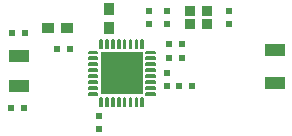
<source format=gbr>
G04 EAGLE Gerber RS-274X export*
G75*
%MOMM*%
%FSLAX34Y34*%
%LPD*%
%INSolderpaste Top*%
%IPPOS*%
%AMOC8*
5,1,8,0,0,1.08239X$1,22.5*%
G01*
%ADD10R,0.950000X0.850000*%
%ADD11R,0.600000X0.600000*%
%ADD12R,1.050000X0.900000*%
%ADD13R,0.900000X1.050000*%
%ADD14R,1.800000X1.000000*%
%ADD15C,0.150000*%
%ADD16R,3.650000X3.650000*%
%ADD17R,1.700000X1.000000*%


D10*
X211543Y164070D03*
X197043Y164070D03*
X197043Y152570D03*
X211543Y152570D03*
D11*
X187793Y100570D03*
X198793Y100570D03*
X177293Y152820D03*
X177293Y163820D03*
X230293Y163820D03*
X230293Y152820D03*
X177293Y100570D03*
X177293Y111570D03*
X95793Y131070D03*
X84793Y131070D03*
X120043Y74570D03*
X120043Y63570D03*
X162293Y152820D03*
X162293Y163820D03*
X179043Y124070D03*
X190043Y124070D03*
X179043Y135320D03*
X190043Y135320D03*
D12*
X93293Y149070D03*
X77293Y149070D03*
D13*
X128293Y149070D03*
X128293Y165070D03*
D14*
X52293Y125570D03*
X52293Y100570D03*
D11*
X46793Y145070D03*
X57793Y145070D03*
X56207Y81930D03*
X45207Y81930D03*
D15*
X111293Y127820D02*
X111293Y129320D01*
X118293Y129320D01*
X118293Y127820D01*
X111293Y127820D01*
X111293Y129245D02*
X118293Y129245D01*
X118293Y124320D02*
X118293Y122820D01*
X111293Y122820D01*
X111293Y124320D01*
X118293Y124320D01*
X118293Y124245D02*
X111293Y124245D01*
X118293Y119320D02*
X118293Y117820D01*
X111293Y117820D01*
X111293Y119320D01*
X118293Y119320D01*
X118293Y119245D02*
X111293Y119245D01*
X118293Y114320D02*
X118293Y112820D01*
X111293Y112820D01*
X111293Y114320D01*
X118293Y114320D01*
X118293Y114245D02*
X111293Y114245D01*
X118293Y109320D02*
X118293Y107820D01*
X111293Y107820D01*
X111293Y109320D01*
X118293Y109320D01*
X118293Y109245D02*
X111293Y109245D01*
X118293Y104320D02*
X118293Y102820D01*
X111293Y102820D01*
X111293Y104320D01*
X118293Y104320D01*
X118293Y104245D02*
X111293Y104245D01*
X118293Y99320D02*
X118293Y97820D01*
X111293Y97820D01*
X111293Y99320D01*
X118293Y99320D01*
X118293Y99245D02*
X111293Y99245D01*
X118293Y94320D02*
X118293Y92820D01*
X111293Y92820D01*
X111293Y94320D01*
X118293Y94320D01*
X118293Y94245D02*
X111293Y94245D01*
X121043Y90070D02*
X122543Y90070D01*
X122543Y83070D01*
X121043Y83070D01*
X121043Y90070D01*
X121043Y84495D02*
X122543Y84495D01*
X122543Y85920D02*
X121043Y85920D01*
X121043Y87345D02*
X122543Y87345D01*
X122543Y88770D02*
X121043Y88770D01*
X126043Y90070D02*
X127543Y90070D01*
X127543Y83070D01*
X126043Y83070D01*
X126043Y90070D01*
X126043Y84495D02*
X127543Y84495D01*
X127543Y85920D02*
X126043Y85920D01*
X126043Y87345D02*
X127543Y87345D01*
X127543Y88770D02*
X126043Y88770D01*
X131043Y90070D02*
X132543Y90070D01*
X132543Y83070D01*
X131043Y83070D01*
X131043Y90070D01*
X131043Y84495D02*
X132543Y84495D01*
X132543Y85920D02*
X131043Y85920D01*
X131043Y87345D02*
X132543Y87345D01*
X132543Y88770D02*
X131043Y88770D01*
X136043Y90070D02*
X137543Y90070D01*
X137543Y83070D01*
X136043Y83070D01*
X136043Y90070D01*
X136043Y84495D02*
X137543Y84495D01*
X137543Y85920D02*
X136043Y85920D01*
X136043Y87345D02*
X137543Y87345D01*
X137543Y88770D02*
X136043Y88770D01*
X141043Y90070D02*
X142543Y90070D01*
X142543Y83070D01*
X141043Y83070D01*
X141043Y90070D01*
X141043Y84495D02*
X142543Y84495D01*
X142543Y85920D02*
X141043Y85920D01*
X141043Y87345D02*
X142543Y87345D01*
X142543Y88770D02*
X141043Y88770D01*
X146043Y90070D02*
X147543Y90070D01*
X147543Y83070D01*
X146043Y83070D01*
X146043Y90070D01*
X146043Y84495D02*
X147543Y84495D01*
X147543Y85920D02*
X146043Y85920D01*
X146043Y87345D02*
X147543Y87345D01*
X147543Y88770D02*
X146043Y88770D01*
X151043Y90070D02*
X152543Y90070D01*
X152543Y83070D01*
X151043Y83070D01*
X151043Y90070D01*
X151043Y84495D02*
X152543Y84495D01*
X152543Y85920D02*
X151043Y85920D01*
X151043Y87345D02*
X152543Y87345D01*
X152543Y88770D02*
X151043Y88770D01*
X156043Y90070D02*
X157543Y90070D01*
X157543Y83070D01*
X156043Y83070D01*
X156043Y90070D01*
X156043Y84495D02*
X157543Y84495D01*
X157543Y85920D02*
X156043Y85920D01*
X156043Y87345D02*
X157543Y87345D01*
X157543Y88770D02*
X156043Y88770D01*
X160293Y92820D02*
X160293Y94320D01*
X167293Y94320D01*
X167293Y92820D01*
X160293Y92820D01*
X160293Y94245D02*
X167293Y94245D01*
X160293Y97820D02*
X160293Y99320D01*
X167293Y99320D01*
X167293Y97820D01*
X160293Y97820D01*
X160293Y99245D02*
X167293Y99245D01*
X160293Y102820D02*
X160293Y104320D01*
X167293Y104320D01*
X167293Y102820D01*
X160293Y102820D01*
X160293Y104245D02*
X167293Y104245D01*
X160293Y107820D02*
X160293Y109320D01*
X167293Y109320D01*
X167293Y107820D01*
X160293Y107820D01*
X160293Y109245D02*
X167293Y109245D01*
X160293Y112820D02*
X160293Y114320D01*
X167293Y114320D01*
X167293Y112820D01*
X160293Y112820D01*
X160293Y114245D02*
X167293Y114245D01*
X160293Y117820D02*
X160293Y119320D01*
X167293Y119320D01*
X167293Y117820D01*
X160293Y117820D01*
X160293Y119245D02*
X167293Y119245D01*
X160293Y122820D02*
X160293Y124320D01*
X167293Y124320D01*
X167293Y122820D01*
X160293Y122820D01*
X160293Y124245D02*
X167293Y124245D01*
X160293Y127820D02*
X160293Y129320D01*
X167293Y129320D01*
X167293Y127820D01*
X160293Y127820D01*
X160293Y129245D02*
X167293Y129245D01*
X157543Y132070D02*
X156043Y132070D01*
X156043Y139070D01*
X157543Y139070D01*
X157543Y132070D01*
X157543Y133495D02*
X156043Y133495D01*
X156043Y134920D02*
X157543Y134920D01*
X157543Y136345D02*
X156043Y136345D01*
X156043Y137770D02*
X157543Y137770D01*
X152543Y132070D02*
X151043Y132070D01*
X151043Y139070D01*
X152543Y139070D01*
X152543Y132070D01*
X152543Y133495D02*
X151043Y133495D01*
X151043Y134920D02*
X152543Y134920D01*
X152543Y136345D02*
X151043Y136345D01*
X151043Y137770D02*
X152543Y137770D01*
X147543Y132070D02*
X146043Y132070D01*
X146043Y139070D01*
X147543Y139070D01*
X147543Y132070D01*
X147543Y133495D02*
X146043Y133495D01*
X146043Y134920D02*
X147543Y134920D01*
X147543Y136345D02*
X146043Y136345D01*
X146043Y137770D02*
X147543Y137770D01*
X142543Y132070D02*
X141043Y132070D01*
X141043Y139070D01*
X142543Y139070D01*
X142543Y132070D01*
X142543Y133495D02*
X141043Y133495D01*
X141043Y134920D02*
X142543Y134920D01*
X142543Y136345D02*
X141043Y136345D01*
X141043Y137770D02*
X142543Y137770D01*
X137543Y132070D02*
X136043Y132070D01*
X136043Y139070D01*
X137543Y139070D01*
X137543Y132070D01*
X137543Y133495D02*
X136043Y133495D01*
X136043Y134920D02*
X137543Y134920D01*
X137543Y136345D02*
X136043Y136345D01*
X136043Y137770D02*
X137543Y137770D01*
X132543Y132070D02*
X131043Y132070D01*
X131043Y139070D01*
X132543Y139070D01*
X132543Y132070D01*
X132543Y133495D02*
X131043Y133495D01*
X131043Y134920D02*
X132543Y134920D01*
X132543Y136345D02*
X131043Y136345D01*
X131043Y137770D02*
X132543Y137770D01*
X127543Y132070D02*
X126043Y132070D01*
X126043Y139070D01*
X127543Y139070D01*
X127543Y132070D01*
X127543Y133495D02*
X126043Y133495D01*
X126043Y134920D02*
X127543Y134920D01*
X127543Y136345D02*
X126043Y136345D01*
X126043Y137770D02*
X127543Y137770D01*
X122543Y132070D02*
X121043Y132070D01*
X121043Y139070D01*
X122543Y139070D01*
X122543Y132070D01*
X122543Y133495D02*
X121043Y133495D01*
X121043Y134920D02*
X122543Y134920D01*
X122543Y136345D02*
X121043Y136345D01*
X121043Y137770D02*
X122543Y137770D01*
D16*
X139293Y111070D03*
D17*
X269427Y130439D03*
X269427Y102439D03*
M02*

</source>
